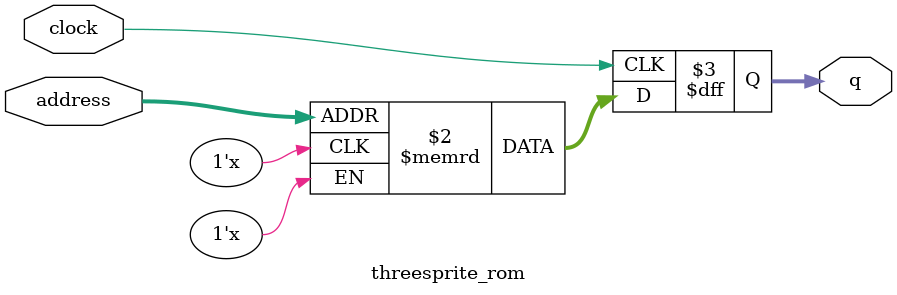
<source format=sv>
module threesprite_rom (
	input logic clock,
	input logic [7:0] address,
	output logic [3:0] q
);

logic [3:0] memory [0:241] /* synthesis ram_init_file = "./threesprite/threesprite.mif" */;

always_ff @ (posedge clock) begin
	q <= memory[address];
end

endmodule

</source>
